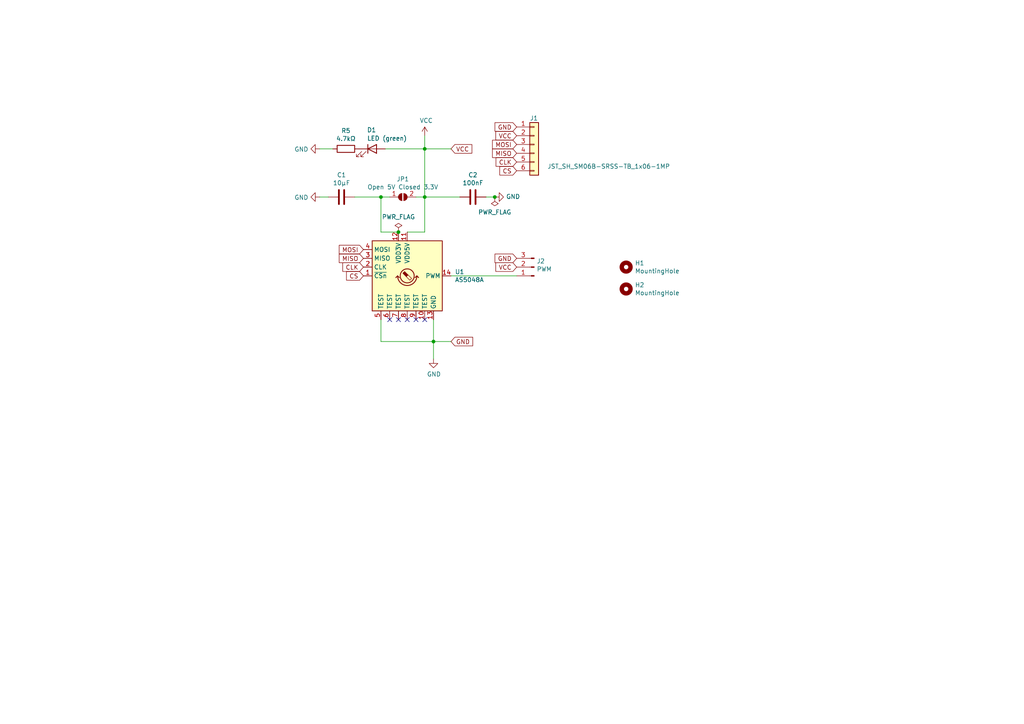
<source format=kicad_sch>
(kicad_sch (version 20211123) (generator eeschema)
  (paper "A4")
  (title_block (title "AS5048B I2C Magnetic Encoder Board") (rev "1.0") (company "Richard Unger"))
  (lib_symbols
    (symbol "Connector:Conn_01x03_Male" (pin_names (offset 1.016) hide)
      (property "Reference" "J" (at 0 5.08 0))
      (property "Value" "Conn_01x03_Male" (at 0 -5.08 0))
      (symbol "Conn_01x03_Male_1_1"
        (polyline (pts (xy 1.27 -2.54) (xy 0.8636 -2.54)) (stroke (width 0.1524)))
        (polyline (pts (xy 1.27 0) (xy 0.8636 0)) (stroke (width 0.1524)))
        (polyline (pts (xy 1.27 2.54) (xy 0.8636 2.54)) (stroke (width 0.1524)))
        (rectangle (start 0.8636 -2.413) (end 0 -2.667) (stroke (width 0.1524)) (fill (type outline)))
        (rectangle (start 0.8636 0.127) (end 0 -0.127) (stroke (width 0.1524)) (fill (type outline)))
        (rectangle (start 0.8636 2.667) (end 0 2.413) (stroke (width 0.1524)) (fill (type outline)))
        (pin passive line (at 5.08 2.54 180) (length 3.81) (name "Pin_1") (number "1"))
        (pin passive line (at 5.08 0 180) (length 3.81) (name "Pin_2") (number "2"))
        (pin passive line (at 5.08 -2.54 180) (length 3.81) (name "Pin_3") (number "3"))
      )
    )
    (symbol "Connector_Generic:Conn_01x06" (pin_names (offset 1.016) hide)
      (property "Reference" "J" (at 0 7.62 0))
      (property "Value" "Conn_01x06" (at 0 -10.16 0))
      (symbol "Conn_01x06_1_1"
        (rectangle (start -1.27 -7.493) (end 0 -7.747) (stroke (width 0.1524)))
        (rectangle (start -1.27 -4.953) (end 0 -5.207) (stroke (width 0.1524)))
        (rectangle (start -1.27 -2.413) (end 0 -2.667) (stroke (width 0.1524)))
        (rectangle (start -1.27 0.127) (end 0 -0.127) (stroke (width 0.1524)))
        (rectangle (start -1.27 2.667) (end 0 2.413) (stroke (width 0.1524)))
        (rectangle (start -1.27 5.207) (end 0 4.953) (stroke (width 0.1524)))
        (rectangle (start -1.27 6.35) (end 1.27 -8.89) (stroke (width 0.254)) (fill (type background)))
        (pin passive line (at -5.08 5.08 0) (length 3.81) (name "Pin_1") (number "1"))
        (pin passive line (at -5.08 2.54 0) (length 3.81) (name "Pin_2") (number "2"))
        (pin passive line (at -5.08 0 0) (length 3.81) (name "Pin_3") (number "3"))
        (pin passive line (at -5.08 -2.54 0) (length 3.81) (name "Pin_4") (number "4"))
        (pin passive line (at -5.08 -5.08 0) (length 3.81) (name "Pin_5") (number "5"))
        (pin passive line (at -5.08 -7.62 0) (length 3.81) (name "Pin_6") (number "6"))
      )
    )
    (symbol "Device:C" (pin_numbers hide) (pin_names (offset 0.254))
      (property "Reference" "C" (at 0.635 2.54 0))
      (property "Value" "C" (at 0.635 -2.54 0))
      (symbol "C_0_1"
        (polyline (pts (xy -2.032 -0.762) (xy 2.032 -0.762)) (stroke (width 0.508)))
        (polyline (pts (xy -2.032 0.762) (xy 2.032 0.762)) (stroke (width 0.508)))
      )
      (symbol "C_1_1"
        (pin passive line (at 0 3.81 270) (length 2.794) (name "~") (number "1"))
        (pin passive line (at 0 -3.81 90) (length 2.794) (name "~") (number "2"))
      )
    )
    (symbol "Device:LED" (pin_numbers hide) (pin_names (offset 1.016) hide)
      (property "Reference" "D" (at 0 2.54 0))
      (property "Value" "LED" (at 0 -2.54 0))
      (symbol "LED_0_1"
        (polyline (pts (xy -1.27 -1.27) (xy -1.27 1.27)) (stroke (width 0.254)))
        (polyline (pts (xy -1.27 0) (xy 1.27 0)))
        (polyline (pts (xy 1.27 -1.27) (xy 1.27 1.27) (xy -1.27 0) (xy 1.27 -1.27)) (stroke (width 0.254)))
        (polyline (pts (xy -3.048 -0.762) (xy -4.572 -2.286) (xy -3.81 -2.286) (xy -4.572 -2.286) (xy -4.572 -1.524)))
        (polyline (pts (xy -1.778 -0.762) (xy -3.302 -2.286) (xy -2.54 -2.286) (xy -3.302 -2.286) (xy -3.302 -1.524)))
      )
      (symbol "LED_1_1"
        (pin passive line (at -3.81 0 0) (length 2.54) (name "K") (number "1"))
        (pin passive line (at 3.81 0 180) (length 2.54) (name "A") (number "2"))
      )
    )
    (symbol "Device:R" (pin_numbers hide) (pin_names (offset 0))
      (property "Reference" "R" (at 2.032 0 90))
      (property "Value" "R" (at 0 0 90))
      (symbol "R_0_1"
        (rectangle (start -1.016 -2.54) (end 1.016 2.54) (stroke (width 0.254)))
      )
      (symbol "R_1_1"
        (pin passive line (at 0 3.81 270) (length 1.27) (name "~") (number "1"))
        (pin passive line (at 0 -3.81 90) (length 1.27) (name "~") (number "2"))
      )
    )
    (symbol "Jumper:SolderJumper_2_Open" (pin_names (offset 0) hide)
      (property "Reference" "JP" (at 0 2.032 0))
      (property "Value" "SolderJumper_2_Open" (at 0 -2.54 0))
      (symbol "SolderJumper_2_Open_0_1"
        (arc (start -0.254 1.016) (mid -1.27 0) (end -0.254 -1.016))
        (arc (start -0.254 1.016) (mid -1.27 0) (end -0.254 -1.016) (fill (type outline)))
        (polyline (pts (xy -0.254 1.016) (xy -0.254 -1.016)))
        (polyline (pts (xy 0.254 1.016) (xy 0.254 -1.016)))
        (arc (start 0.254 -1.016) (mid 1.27 0) (end 0.254 1.016))
        (arc (start 0.254 -1.016) (mid 1.27 0) (end 0.254 1.016) (fill (type outline)))
      )
      (symbol "SolderJumper_2_Open_1_1"
        (pin passive line (at -3.81 0 0) (length 2.54) (name "A") (number "1"))
        (pin passive line (at 3.81 0 180) (length 2.54) (name "B") (number "2"))
      )
    )
    (symbol "Mechanical:MountingHole" (pin_names (offset 1.016))
      (property "Reference" "H" (at 0 5.08 0))
      (property "Value" "MountingHole" (at 0 3.175 0))
      (symbol "MountingHole_0_1"
        (circle (center 0 0) (radius 1.27) (stroke (width 1.27)))
      )
    )
    (symbol "Sensor_Magnetic:AS5048A"
      (property "Reference" "U" (at -10.16 11.43 0))
      (property "Value" "AS5048A" (at 10.16 11.43 0))
      (symbol "AS5048A_0_1"
        (rectangle (start -10.16 10.16) (end 10.16 -10.16) (stroke (width 0.254)) (fill (type background)))
        (arc (start -2.794 0) (mid 0 -2.794) (end 2.794 0) (stroke (width 0.254)))
        (polyline (pts (xy -2.794 0) (xy -3.302 -0.508)) (stroke (width 0.254)))
        (polyline (pts (xy -2.794 0) (xy -2.286 -0.508)) (stroke (width 0.254)))
        (polyline (pts (xy 2.794 0) (xy 2.286 -0.508)) (stroke (width 0.254)))
        (polyline (pts (xy 2.794 0) (xy 3.302 -0.508)) (stroke (width 0.254)))
      )
      (symbol "AS5048A_1_1"
        (polyline (pts (xy 0.254 0.254) (xy 1.27 -0.762) (xy 0.762 -1.27) (xy -0.254 -0.254)))
        (polyline (pts (xy -0.762 1.27) (xy 0.254 0.254) (xy -0.254 -0.254) (xy -1.27 0.762) (xy -1.016 1.016) (xy -0.762 1.27) (xy -0.635 1.143)) (fill (type outline)))
        (circle (center 0 0) (radius 2.032) (stroke (width 0.254)))
        (pin input line (at -12.7 0 0) (length 2.54) (name "~{CSn}") (number "1"))
        (pin passive line (at 5.08 -12.7 90) (length 2.54) (name "TEST") (number "10"))
        (pin power_in line (at 0 12.7 270) (length 2.54) (name "VDD5V") (number "11"))
        (pin power_in line (at -2.54 12.7 270) (length 2.54) (name "VDD3V") (number "12"))
        (pin power_in line (at 7.62 -12.7 90) (length 2.54) (name "GND") (number "13"))
        (pin output line (at 12.7 0 180) (length 2.54) (name "PWM") (number "14"))
        (pin input line (at -12.7 2.54 0) (length 2.54) (name "CLK") (number "2"))
        (pin output line (at -12.7 5.08 0) (length 2.54) (name "MISO") (number "3"))
        (pin input line (at -12.7 7.62 0) (length 2.54) (name "MOSI") (number "4"))
        (pin passive line (at -7.62 -12.7 90) (length 2.54) (name "TEST") (number "5"))
        (pin passive line (at -5.08 -12.7 90) (length 2.54) (name "TEST") (number "6"))
        (pin passive line (at -2.54 -12.7 90) (length 2.54) (name "TEST") (number "7"))
        (pin passive line (at 0 -12.7 90) (length 2.54) (name "TEST") (number "8"))
        (pin passive line (at 2.54 -12.7 90) (length 2.54) (name "TEST") (number "9"))
      )
    )
    (symbol "power:GND" (power) (pin_names (offset 0))
      (property "Value" "GND" (at 0 -3.81 0))
      (symbol "GND_0_1"
        (polyline (pts (xy 0 0) (xy 0 -1.27) (xy 1.27 -1.27) (xy 0 -2.54) (xy -1.27 -1.27) (xy 0 -1.27)))
      )
      (symbol "GND_1_1"
        (pin power_in line (at 0 0 270) (length 0) hide (name "GND") (number "1"))
      )
    )
    (symbol "power:PWR_FLAG" (power) (pin_numbers hide) (pin_names (offset 0) hide)
      (property "Value" "PWR_FLAG" (at 0 3.81 0))
      (symbol "PWR_FLAG_0_0"
        (pin power_out line (at 0 0 90) (length 0) (name "pwr") (number "1"))
      )
      (symbol "PWR_FLAG_0_1"
        (polyline (pts (xy 0 0) (xy 0 1.27) (xy -1.016 1.905) (xy 0 2.54) (xy 1.016 1.905) (xy 0 1.27)))
      )
    )
    (symbol "power:VCC" (power) (pin_names (offset 0))
      (property "Value" "VCC" (at 0 3.81 0))
      (symbol "VCC_0_1"
        (polyline (pts (xy -0.762 1.27) (xy 0 2.54)))
        (polyline (pts (xy 0 0) (xy 0 2.54)))
        (polyline (pts (xy 0 2.54) (xy 0.762 1.27)))
      )
      (symbol "VCC_1_1"
        (pin power_in line (at 0 0 90) (length 0) hide (name "VCC") (number "1"))
      )
    )
  )
  (junction (at 125.73 99.06))
  (junction (at 123.19 43.18))
  (junction (at 143.51 57.15))
  (junction (at 110.49 57.15))
  (junction (at 123.19 57.15))
  (junction (at 115.57 67.31))
  (no_connect (at 113.03 92.71))
  (no_connect (at 118.11 92.71))
  (no_connect (at 123.19 92.71))
  (no_connect (at 120.65 92.71))
  (no_connect (at 115.57 92.71))
  (wire (pts (xy 123.19 57.15) (xy 120.65 57.15)))
  (wire (pts (xy 125.73 92.71) (xy 125.73 99.06)))
  (wire (pts (xy 113.03 57.15) (xy 110.49 57.15)))
  (wire (pts (xy 92.71 57.15) (xy 95.25 57.15)))
  (wire (pts (xy 123.19 67.31) (xy 123.19 57.15)))
  (wire (pts (xy 125.73 99.06) (xy 125.73 104.14)))
  (wire (pts (xy 123.19 57.15) (xy 133.35 57.15)))
  (wire (pts (xy 125.73 99.06) (xy 130.81 99.06)))
  (wire (pts (xy 118.11 67.31) (xy 123.19 67.31)))
  (wire (pts (xy 130.81 80.01) (xy 149.86 80.01)))
  (wire (pts (xy 123.19 57.15) (xy 123.19 43.18)))
  (wire (pts (xy 123.19 43.18) (xy 111.76 43.18)))
  (wire (pts (xy 110.49 67.31) (xy 110.49 57.15)))
  (wire (pts (xy 96.52 43.18) (xy 92.71 43.18)))
  (wire (pts (xy 110.49 57.15) (xy 102.87 57.15)))
  (wire (pts (xy 115.57 67.31) (xy 110.49 67.31)))
  (wire (pts (xy 123.19 39.37) (xy 123.19 43.18)))
  (wire (pts (xy 143.51 57.15) (xy 140.97 57.15)))
  (wire (pts (xy 110.49 99.06) (xy 125.73 99.06)))
  (wire (pts (xy 130.81 43.18) (xy 123.19 43.18)))
  (wire (pts (xy 110.49 92.71) (xy 110.49 99.06)))
  (global_label "VCC" (shape input) (at 130.81 43.18 0) (property "Intersheet References" "${INTERSHEET_REFS}" (effects hide)))
  (global_label "MOSI" (shape input) (at 149.86 41.91 180) (property "Intersheet References" "${INTERSHEET_REFS}" (effects hide)))
  (global_label "CLK" (shape input) (at 105.41 77.47 180) (property "Intersheet References" "${INTERSHEET_REFS}" (effects hide)))
  (global_label "CLK" (shape input) (at 149.86 46.99 180) (property "Intersheet References" "${INTERSHEET_REFS}" (effects hide)))
  (global_label "GND" (shape input) (at 130.81 99.06 0) (property "Intersheet References" "${INTERSHEET_REFS}" (effects hide)))
  (global_label "CS" (shape input) (at 105.41 80.01 180) (property "Intersheet References" "${INTERSHEET_REFS}" (effects hide)))
  (global_label "MISO" (shape input) (at 105.41 74.93 180) (property "Intersheet References" "${INTERSHEET_REFS}" (effects hide)))
  (global_label "MOSI" (shape input) (at 105.41 72.39 180) (property "Intersheet References" "${INTERSHEET_REFS}" (effects hide)))
  (global_label "VCC" (shape input) (at 149.86 39.37 180) (property "Intersheet References" "${INTERSHEET_REFS}" (effects hide)))
  (global_label "MISO" (shape input) (at 149.86 44.45 180) (property "Intersheet References" "${INTERSHEET_REFS}" (effects hide)))
  (global_label "VCC" (shape input) (at 149.86 77.47 180) (property "Intersheet References" "${INTERSHEET_REFS}" (effects hide)))
  (global_label "CS" (shape input) (at 149.86 49.53 180) (property "Intersheet References" "${INTERSHEET_REFS}" (effects hide)))
  (global_label "GND" (shape input) (at 149.86 36.83 180) (property "Intersheet References" "${INTERSHEET_REFS}" (effects hide)))
  (global_label "GND" (shape input) (at 149.86 74.93 180) (property "Intersheet References" "${INTERSHEET_REFS}" (effects hide)))
  (symbol (lib_id "Sensor_Magnetic:AS5048A") (at 118.11 80.01 0) (unit 1)
    (property "Reference" "U1" (at 131.9276 78.8416 0) (effects (justify left)))
    (property "Value" "AS5048A" (at 131.9276 81.153 0) (effects (justify left)))
    (property "Footprint" "Package_SO:TSSOP-14_4.4x5mm_P0.65mm" (effects hide))
    (property "Datasheet" "https://ams.com/documents/20143/36005/AS5048_DS000298_4-00.pdf" (effects hide))
    (property "Manu" "AMS - www.ams.com" (effects hide))
    (property "Part" "AS5048A" (effects hide))
  )
  (symbol (lib_id "power:GND") (at 125.73 104.14 0) (unit 1)
    (property "Reference" "#PWR0101" (effects hide))
    (property "Value" "GND" (at 125.857 108.5342 0))
  )
  (symbol (lib_id "Connector:Conn_01x03_Male") (at 154.94 77.47 180) (unit 1)
    (property "Reference" "J2" (at 155.6512 75.7428 0) (effects (justify right)))
    (property "Value" "PWM" (at 155.6512 78.0542 0) (effects (justify right)))
    (property "Footprint" "Connector_PinHeader_2.54mm:PinHeader_1x03_P2.54mm_Vertical" (effects hide))
  )
  (symbol (lib_id "Jumper:SolderJumper_2_Open") (at 116.84 57.15 0) (unit 1)
    (property "Reference" "JP1" (at 116.84 51.943 0))
    (property "Value" "Open 5V Closed 3.3V" (at 116.84 54.2544 0))
    (property "Footprint" "Jumper:SolderJumper-2_P1.3mm_Bridged_RoundedPad1.0x1.5mm" (effects hide))
  )
  (symbol (lib_id "Connector_Generic:Conn_01x06") (at 154.94 41.91 0) (unit 1)
    (property "Reference" "J1" (at 153.67 34.29 0) (effects (justify left)))
    (property "Value" "JST_SH_SM06B-SRSS-TB_1x06-1MP" (at 158.75 48.26 0) (effects (justify left)))
    (property "Footprint" "Connector_JST:JST_SH_SM06B-SRSS-TB_1x06-1MP_P1.00mm_Horizontal" (effects hide))
    (property "Manufacturer" "JST - www.jst.com" (effects hide))
    (property "Manufacturer Part #" "JST_SH_SM06B-SRSS-TB_1x06-1MP" (effects hide))
  )
  (symbol (lib_id "Device:C") (at 99.06 57.15 270) (unit 1)
    (property "Reference" "C1" (at 99.06 50.7492 90))
    (property "Value" "10µF" (at 99.06 53.0606 90))
    (property "Footprint" "Capacitor_SMD:C_0402_1005Metric" (effects hide))
  )
  (symbol (lib_id "power:GND") (at 92.71 57.15 270) (unit 1)
    (property "Reference" "#PWR0102" (effects hide))
    (property "Value" "GND" (at 89.4588 57.277 90) (effects (justify right)))
  )
  (symbol (lib_id "Device:C") (at 137.16 57.15 270) (unit 1)
    (property "Reference" "C2" (at 137.16 50.7492 90))
    (property "Value" "100nF" (at 137.16 53.0606 90))
    (property "Footprint" "Capacitor_SMD:C_0402_1005Metric" (effects hide))
  )
  (symbol (lib_id "power:GND") (at 143.51 57.15 90) (unit 1)
    (property "Reference" "#PWR0103" (effects hide))
    (property "Value" "GND" (at 146.7612 57.023 90) (effects (justify right)))
  )
  (symbol (lib_id "power:VCC") (at 123.19 39.37 0) (unit 1)
    (property "Reference" "#PWR0106" (effects hide))
    (property "Value" "VCC" (at 123.6218 34.9758 0))
  )
  (symbol (lib_id "power:PWR_FLAG") (at 115.57 67.31 0) (unit 1)
    (property "Reference" "#FLG0101" (effects hide))
    (property "Value" "PWR_FLAG" (at 115.57 62.9158 0))
  )
  (symbol (lib_id "power:PWR_FLAG") (at 143.51 57.15 180) (unit 1)
    (property "Reference" "#FLG0103" (effects hide))
    (property "Value" "PWR_FLAG" (at 143.51 61.5442 0))
  )
  (symbol (lib_id "Mechanical:MountingHole") (at 181.61 77.47 0) (unit 1)
    (property "Reference" "H1" (at 184.15 76.3016 0) (effects (justify left)))
    (property "Value" "MountingHole" (at 184.15 78.613 0) (effects (justify left)))
    (property "Footprint" "MountingHole:MountingHole_2.2mm_M2" (effects hide))
  )
  (symbol (lib_id "Mechanical:MountingHole") (at 181.61 83.82 0) (unit 1)
    (property "Reference" "H2" (at 184.15 82.6516 0) (effects (justify left)))
    (property "Value" "MountingHole" (at 184.15 84.963 0) (effects (justify left)))
    (property "Footprint" "MountingHole:MountingHole_2.2mm_M2" (effects hide))
  )
  (symbol (lib_id "Device:LED") (at 107.95 43.18 0) (unit 1)
    (property "Reference" "D1" (at 107.7722 37.6936 0))
    (property "Value" "LED (green)" (at 112.268 40.132 0))
    (property "Footprint" "LED_SMD:LED_0402_1005Metric" (effects hide))
  )
  (symbol (lib_id "Device:R") (at 100.33 43.18 90) (unit 1)
    (property "Reference" "R5" (at 100.33 37.9222 90))
    (property "Value" "4.7kΩ" (at 100.33 40.2336 90))
    (property "Footprint" "Resistor_SMD:R_0402_1005Metric" (effects hide))
  )
  (symbol (lib_id "power:GND") (at 92.71 43.18 270) (unit 1)
    (property "Reference" "#PWR0109" (effects hide))
    (property "Value" "GND" (at 89.4588 43.307 90) (effects (justify right)))
  )
)
</source>
